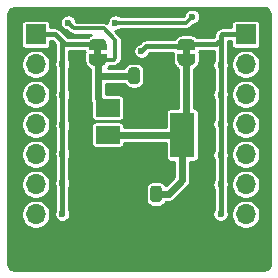
<source format=gbr>
G04 #@! TF.GenerationSoftware,KiCad,Pcbnew,(5.1.9)-1*
G04 #@! TF.CreationDate,2021-04-25T10:49:25+05:30*
G04 #@! TF.ProjectId,LOGIC LEVEL SHIFTER,4c4f4749-4320-44c4-9556-454c20534849,rev?*
G04 #@! TF.SameCoordinates,Original*
G04 #@! TF.FileFunction,Copper,L2,Bot*
G04 #@! TF.FilePolarity,Positive*
%FSLAX46Y46*%
G04 Gerber Fmt 4.6, Leading zero omitted, Abs format (unit mm)*
G04 Created by KiCad (PCBNEW (5.1.9)-1) date 2021-04-25 10:49:25*
%MOMM*%
%LPD*%
G01*
G04 APERTURE LIST*
G04 #@! TA.AperFunction,EtchedComponent*
%ADD10C,0.100000*%
G04 #@! TD*
G04 #@! TA.AperFunction,SMDPad,CuDef*
%ADD11R,2.000000X1.500000*%
G04 #@! TD*
G04 #@! TA.AperFunction,SMDPad,CuDef*
%ADD12R,2.000000X3.800000*%
G04 #@! TD*
G04 #@! TA.AperFunction,SMDPad,CuDef*
%ADD13C,0.100000*%
G04 #@! TD*
G04 #@! TA.AperFunction,ComponentPad*
%ADD14R,1.700000X1.700000*%
G04 #@! TD*
G04 #@! TA.AperFunction,ComponentPad*
%ADD15O,1.700000X1.700000*%
G04 #@! TD*
G04 #@! TA.AperFunction,ViaPad*
%ADD16C,0.600000*%
G04 #@! TD*
G04 #@! TA.AperFunction,Conductor*
%ADD17C,0.600000*%
G04 #@! TD*
G04 #@! TA.AperFunction,Conductor*
%ADD18C,0.300000*%
G04 #@! TD*
G04 #@! TA.AperFunction,Conductor*
%ADD19C,0.400000*%
G04 #@! TD*
G04 #@! TA.AperFunction,Conductor*
%ADD20C,0.254000*%
G04 #@! TD*
G04 #@! TA.AperFunction,Conductor*
%ADD21C,0.100000*%
G04 #@! TD*
G04 APERTURE END LIST*
D10*
G36*
X13300000Y-1400000D02*
G01*
X13300000Y-1900000D01*
X12700000Y-1900000D01*
X12700000Y-1400000D01*
X13300000Y-1400000D01*
G37*
G36*
X5800000Y-1400000D02*
G01*
X5800000Y-1900000D01*
X5200000Y-1900000D01*
X5200000Y-1400000D01*
X5800000Y-1400000D01*
G37*
D11*
X6350000Y-10950000D03*
X6350000Y-6350000D03*
X6350000Y-8650000D03*
D12*
X12650000Y-8650000D03*
G04 #@! TA.AperFunction,SMDPad,CuDef*
D13*
G36*
X13750000Y-1800000D02*
G01*
X13750000Y-2300000D01*
X13749398Y-2300000D01*
X13749398Y-2324534D01*
X13744588Y-2373365D01*
X13735016Y-2421490D01*
X13720772Y-2468445D01*
X13701995Y-2513778D01*
X13678864Y-2557051D01*
X13651604Y-2597850D01*
X13620476Y-2635779D01*
X13585779Y-2670476D01*
X13547850Y-2701604D01*
X13507051Y-2728864D01*
X13463778Y-2751995D01*
X13418445Y-2770772D01*
X13371490Y-2785016D01*
X13323365Y-2794588D01*
X13274534Y-2799398D01*
X13250000Y-2799398D01*
X13250000Y-2800000D01*
X12750000Y-2800000D01*
X12750000Y-2799398D01*
X12725466Y-2799398D01*
X12676635Y-2794588D01*
X12628510Y-2785016D01*
X12581555Y-2770772D01*
X12536222Y-2751995D01*
X12492949Y-2728864D01*
X12452150Y-2701604D01*
X12414221Y-2670476D01*
X12379524Y-2635779D01*
X12348396Y-2597850D01*
X12321136Y-2557051D01*
X12298005Y-2513778D01*
X12279228Y-2468445D01*
X12264984Y-2421490D01*
X12255412Y-2373365D01*
X12250602Y-2324534D01*
X12250602Y-2300000D01*
X12250000Y-2300000D01*
X12250000Y-1800000D01*
X13750000Y-1800000D01*
G37*
G04 #@! TD.AperFunction*
G04 #@! TA.AperFunction,SMDPad,CuDef*
G36*
X12250602Y-1000000D02*
G01*
X12250602Y-975466D01*
X12255412Y-926635D01*
X12264984Y-878510D01*
X12279228Y-831555D01*
X12298005Y-786222D01*
X12321136Y-742949D01*
X12348396Y-702150D01*
X12379524Y-664221D01*
X12414221Y-629524D01*
X12452150Y-598396D01*
X12492949Y-571136D01*
X12536222Y-548005D01*
X12581555Y-529228D01*
X12628510Y-514984D01*
X12676635Y-505412D01*
X12725466Y-500602D01*
X12750000Y-500602D01*
X12750000Y-500000D01*
X13250000Y-500000D01*
X13250000Y-500602D01*
X13274534Y-500602D01*
X13323365Y-505412D01*
X13371490Y-514984D01*
X13418445Y-529228D01*
X13463778Y-548005D01*
X13507051Y-571136D01*
X13547850Y-598396D01*
X13585779Y-629524D01*
X13620476Y-664221D01*
X13651604Y-702150D01*
X13678864Y-742949D01*
X13701995Y-786222D01*
X13720772Y-831555D01*
X13735016Y-878510D01*
X13744588Y-926635D01*
X13749398Y-975466D01*
X13749398Y-1000000D01*
X13750000Y-1000000D01*
X13750000Y-1500000D01*
X12250000Y-1500000D01*
X12250000Y-1000000D01*
X12250602Y-1000000D01*
G37*
G04 #@! TD.AperFunction*
G04 #@! TA.AperFunction,SMDPad,CuDef*
G36*
X6250000Y-1800000D02*
G01*
X6250000Y-2300000D01*
X6249398Y-2300000D01*
X6249398Y-2324534D01*
X6244588Y-2373365D01*
X6235016Y-2421490D01*
X6220772Y-2468445D01*
X6201995Y-2513778D01*
X6178864Y-2557051D01*
X6151604Y-2597850D01*
X6120476Y-2635779D01*
X6085779Y-2670476D01*
X6047850Y-2701604D01*
X6007051Y-2728864D01*
X5963778Y-2751995D01*
X5918445Y-2770772D01*
X5871490Y-2785016D01*
X5823365Y-2794588D01*
X5774534Y-2799398D01*
X5750000Y-2799398D01*
X5750000Y-2800000D01*
X5250000Y-2800000D01*
X5250000Y-2799398D01*
X5225466Y-2799398D01*
X5176635Y-2794588D01*
X5128510Y-2785016D01*
X5081555Y-2770772D01*
X5036222Y-2751995D01*
X4992949Y-2728864D01*
X4952150Y-2701604D01*
X4914221Y-2670476D01*
X4879524Y-2635779D01*
X4848396Y-2597850D01*
X4821136Y-2557051D01*
X4798005Y-2513778D01*
X4779228Y-2468445D01*
X4764984Y-2421490D01*
X4755412Y-2373365D01*
X4750602Y-2324534D01*
X4750602Y-2300000D01*
X4750000Y-2300000D01*
X4750000Y-1800000D01*
X6250000Y-1800000D01*
G37*
G04 #@! TD.AperFunction*
G04 #@! TA.AperFunction,SMDPad,CuDef*
G36*
X4750602Y-1000000D02*
G01*
X4750602Y-975466D01*
X4755412Y-926635D01*
X4764984Y-878510D01*
X4779228Y-831555D01*
X4798005Y-786222D01*
X4821136Y-742949D01*
X4848396Y-702150D01*
X4879524Y-664221D01*
X4914221Y-629524D01*
X4952150Y-598396D01*
X4992949Y-571136D01*
X5036222Y-548005D01*
X5081555Y-529228D01*
X5128510Y-514984D01*
X5176635Y-505412D01*
X5225466Y-500602D01*
X5250000Y-500602D01*
X5250000Y-500000D01*
X5750000Y-500000D01*
X5750000Y-500602D01*
X5774534Y-500602D01*
X5823365Y-505412D01*
X5871490Y-514984D01*
X5918445Y-529228D01*
X5963778Y-548005D01*
X6007051Y-571136D01*
X6047850Y-598396D01*
X6085779Y-629524D01*
X6120476Y-664221D01*
X6151604Y-702150D01*
X6178864Y-742949D01*
X6201995Y-786222D01*
X6220772Y-831555D01*
X6235016Y-878510D01*
X6244588Y-926635D01*
X6249398Y-975466D01*
X6249398Y-1000000D01*
X6250000Y-1000000D01*
X6250000Y-1500000D01*
X4750000Y-1500000D01*
X4750000Y-1000000D01*
X4750602Y-1000000D01*
G37*
G04 #@! TD.AperFunction*
D14*
X18030000Y-150000D03*
D15*
X18030000Y-2690000D03*
X18030000Y-5230000D03*
X18030000Y-7770000D03*
X18030000Y-10310000D03*
X18030000Y-12850000D03*
X18030000Y-15390000D03*
X18030000Y-17930000D03*
X250000Y-17930000D03*
X250000Y-15390000D03*
X250000Y-12850000D03*
X250000Y-10310000D03*
X250000Y-7770000D03*
X250000Y-5230000D03*
X250000Y-2690000D03*
D14*
X250000Y-150000D03*
G04 #@! TA.AperFunction,SMDPad,CuDef*
G36*
G01*
X9050000Y-13193750D02*
X9050000Y-14106250D01*
G75*
G02*
X8806250Y-14350000I-243750J0D01*
G01*
X8318750Y-14350000D01*
G75*
G02*
X8075000Y-14106250I0J243750D01*
G01*
X8075000Y-13193750D01*
G75*
G02*
X8318750Y-12950000I243750J0D01*
G01*
X8806250Y-12950000D01*
G75*
G02*
X9050000Y-13193750I0J-243750D01*
G01*
G37*
G04 #@! TD.AperFunction*
G04 #@! TA.AperFunction,SMDPad,CuDef*
G36*
G01*
X10925000Y-13193750D02*
X10925000Y-14106250D01*
G75*
G02*
X10681250Y-14350000I-243750J0D01*
G01*
X10193750Y-14350000D01*
G75*
G02*
X9950000Y-14106250I0J243750D01*
G01*
X9950000Y-13193750D01*
G75*
G02*
X10193750Y-12950000I243750J0D01*
G01*
X10681250Y-12950000D01*
G75*
G02*
X10925000Y-13193750I0J-243750D01*
G01*
G37*
G04 #@! TD.AperFunction*
G04 #@! TA.AperFunction,SMDPad,CuDef*
G36*
G01*
X9050000Y-3193750D02*
X9050000Y-4106250D01*
G75*
G02*
X8806250Y-4350000I-243750J0D01*
G01*
X8318750Y-4350000D01*
G75*
G02*
X8075000Y-4106250I0J243750D01*
G01*
X8075000Y-3193750D01*
G75*
G02*
X8318750Y-2950000I243750J0D01*
G01*
X8806250Y-2950000D01*
G75*
G02*
X9050000Y-3193750I0J-243750D01*
G01*
G37*
G04 #@! TD.AperFunction*
G04 #@! TA.AperFunction,SMDPad,CuDef*
G36*
G01*
X10925000Y-3193750D02*
X10925000Y-4106250D01*
G75*
G02*
X10681250Y-4350000I-243750J0D01*
G01*
X10193750Y-4350000D01*
G75*
G02*
X9950000Y-4106250I0J243750D01*
G01*
X9950000Y-3193750D01*
G75*
G02*
X10193750Y-2950000I243750J0D01*
G01*
X10681250Y-2950000D01*
G75*
G02*
X10925000Y-3193750I0J-243750D01*
G01*
G37*
G04 #@! TD.AperFunction*
D16*
X3000000Y850000D03*
X15500000Y850000D03*
X7000000Y850000D03*
X13500000Y1350000D03*
X2500000Y-2650000D03*
X2500000Y-15350000D03*
X2500000Y-12750000D03*
X2500000Y-10250000D03*
X2500000Y-7850000D03*
X2500000Y-5250000D03*
X15900000Y-15350000D03*
X15900000Y-2750000D03*
X15900000Y-5250000D03*
X15900000Y-7750000D03*
X15900000Y-10350000D03*
X15900000Y-12850000D03*
X9200000Y-1550000D03*
D17*
X5500000Y-5500000D02*
X6350000Y-6350000D01*
X5650000Y-3650000D02*
X5500000Y-3500000D01*
X8562500Y-3650000D02*
X5650000Y-3650000D01*
X5500000Y-3500000D02*
X5500000Y-5500000D01*
X5500000Y-2300000D02*
X5500000Y-3500000D01*
D18*
X3500000Y350000D02*
X3000000Y850000D01*
X6000000Y350000D02*
X3500000Y350000D01*
X7000000Y-650000D02*
X6000000Y350000D01*
X7000000Y-2150000D02*
X7000000Y-650000D01*
X6850000Y-2300000D02*
X7000000Y-2150000D01*
X5500000Y-2300000D02*
X6850000Y-2300000D01*
D17*
X6350000Y-8650000D02*
X12650000Y-8650000D01*
X13000000Y-8300000D02*
X12650000Y-8650000D01*
X13000000Y-2300000D02*
X13000000Y-8300000D01*
X10437500Y-13650000D02*
X11500000Y-13650000D01*
X12650000Y-12500000D02*
X12650000Y-8650000D01*
X11500000Y-13650000D02*
X12650000Y-12500000D01*
D18*
X13000000Y850000D02*
X13500000Y1350000D01*
X7000000Y850000D02*
X13000000Y850000D01*
D19*
X2500000Y-12750000D02*
X2500000Y-15350000D01*
X2500000Y-10250000D02*
X2500000Y-12750000D01*
X2500000Y-7850000D02*
X2500000Y-10250000D01*
X2500000Y-5250000D02*
X2500000Y-7850000D01*
X2500000Y-2650000D02*
X2500000Y-5250000D01*
X5500000Y-1000000D02*
X2750000Y-1000000D01*
X2750000Y-1000000D02*
X2500000Y-750000D01*
X2500000Y-750000D02*
X2500000Y-2650000D01*
X1900000Y-150000D02*
X2500000Y-750000D01*
X500000Y-150000D02*
X1900000Y-150000D01*
X15900000Y-5250000D02*
X15900000Y-2750000D01*
X15900000Y-7750000D02*
X15900000Y-5250000D01*
X15900000Y-10350000D02*
X15900000Y-7750000D01*
X15900000Y-12850000D02*
X15900000Y-10350000D01*
X15900000Y-15350000D02*
X15900000Y-12850000D01*
X17960000Y-150000D02*
X16000000Y-150000D01*
X9200000Y-1550000D02*
X9600000Y-1150000D01*
X12850000Y-1150000D02*
X13000000Y-1000000D01*
X9600000Y-1150000D02*
X12850000Y-1150000D01*
X15900000Y-250000D02*
X16000000Y-150000D01*
X15550000Y-1000000D02*
X15900000Y-650000D01*
X13000000Y-1000000D02*
X15550000Y-1000000D01*
X15900000Y-650000D02*
X15900000Y-250000D01*
X15900000Y-2750000D02*
X15900000Y-650000D01*
D20*
X19613826Y2074863D02*
X19723316Y2041806D01*
X19824304Y1988110D01*
X19912933Y1915826D01*
X19985834Y1827703D01*
X20040234Y1727094D01*
X20074055Y1617836D01*
X20088000Y1485159D01*
X20088001Y-19479836D01*
X20074863Y-19613826D01*
X20041805Y-19723319D01*
X19988111Y-19824303D01*
X19915827Y-19912931D01*
X19827700Y-19985837D01*
X19727093Y-20040234D01*
X19617836Y-20074055D01*
X19485159Y-20088000D01*
X-1479847Y-20088000D01*
X-1613826Y-20074863D01*
X-1723319Y-20041805D01*
X-1824303Y-19988111D01*
X-1912931Y-19915827D01*
X-1985837Y-19827700D01*
X-2040234Y-19727093D01*
X-2074055Y-19617836D01*
X-2088000Y-19485159D01*
X-2088000Y-15268166D01*
X-987000Y-15268166D01*
X-987000Y-15511834D01*
X-939462Y-15750819D01*
X-846215Y-15975939D01*
X-710840Y-16178541D01*
X-538541Y-16350840D01*
X-335939Y-16486215D01*
X-110819Y-16579462D01*
X128166Y-16627000D01*
X371834Y-16627000D01*
X610819Y-16579462D01*
X835939Y-16486215D01*
X1038541Y-16350840D01*
X1210840Y-16178541D01*
X1346215Y-15975939D01*
X1439462Y-15750819D01*
X1487000Y-15511834D01*
X1487000Y-15268166D01*
X1439462Y-15029181D01*
X1346215Y-14804061D01*
X1210840Y-14601459D01*
X1038541Y-14429160D01*
X835939Y-14293785D01*
X610819Y-14200538D01*
X371834Y-14153000D01*
X128166Y-14153000D01*
X-110819Y-14200538D01*
X-335939Y-14293785D01*
X-538541Y-14429160D01*
X-710840Y-14601459D01*
X-846215Y-14804061D01*
X-939462Y-15029181D01*
X-987000Y-15268166D01*
X-2088000Y-15268166D01*
X-2088000Y-12728166D01*
X-987000Y-12728166D01*
X-987000Y-12971834D01*
X-939462Y-13210819D01*
X-846215Y-13435939D01*
X-710840Y-13638541D01*
X-538541Y-13810840D01*
X-335939Y-13946215D01*
X-110819Y-14039462D01*
X128166Y-14087000D01*
X371834Y-14087000D01*
X610819Y-14039462D01*
X835939Y-13946215D01*
X1038541Y-13810840D01*
X1210840Y-13638541D01*
X1346215Y-13435939D01*
X1439462Y-13210819D01*
X1487000Y-12971834D01*
X1487000Y-12728166D01*
X1439462Y-12489181D01*
X1346215Y-12264061D01*
X1210840Y-12061459D01*
X1038541Y-11889160D01*
X835939Y-11753785D01*
X610819Y-11660538D01*
X371834Y-11613000D01*
X128166Y-11613000D01*
X-110819Y-11660538D01*
X-335939Y-11753785D01*
X-538541Y-11889160D01*
X-710840Y-12061459D01*
X-846215Y-12264061D01*
X-939462Y-12489181D01*
X-987000Y-12728166D01*
X-2088000Y-12728166D01*
X-2088000Y-10188166D01*
X-987000Y-10188166D01*
X-987000Y-10431834D01*
X-939462Y-10670819D01*
X-846215Y-10895939D01*
X-710840Y-11098541D01*
X-538541Y-11270840D01*
X-335939Y-11406215D01*
X-110819Y-11499462D01*
X128166Y-11547000D01*
X371834Y-11547000D01*
X610819Y-11499462D01*
X835939Y-11406215D01*
X1038541Y-11270840D01*
X1210840Y-11098541D01*
X1346215Y-10895939D01*
X1439462Y-10670819D01*
X1487000Y-10431834D01*
X1487000Y-10188166D01*
X1439462Y-9949181D01*
X1346215Y-9724061D01*
X1210840Y-9521459D01*
X1038541Y-9349160D01*
X835939Y-9213785D01*
X610819Y-9120538D01*
X371834Y-9073000D01*
X128166Y-9073000D01*
X-110819Y-9120538D01*
X-335939Y-9213785D01*
X-538541Y-9349160D01*
X-710840Y-9521459D01*
X-846215Y-9724061D01*
X-939462Y-9949181D01*
X-987000Y-10188166D01*
X-2088000Y-10188166D01*
X-2088000Y-7648166D01*
X-987000Y-7648166D01*
X-987000Y-7891834D01*
X-939462Y-8130819D01*
X-846215Y-8355939D01*
X-710840Y-8558541D01*
X-538541Y-8730840D01*
X-335939Y-8866215D01*
X-110819Y-8959462D01*
X128166Y-9007000D01*
X371834Y-9007000D01*
X610819Y-8959462D01*
X835939Y-8866215D01*
X1038541Y-8730840D01*
X1210840Y-8558541D01*
X1346215Y-8355939D01*
X1439462Y-8130819D01*
X1487000Y-7891834D01*
X1487000Y-7648166D01*
X1439462Y-7409181D01*
X1346215Y-7184061D01*
X1210840Y-6981459D01*
X1038541Y-6809160D01*
X835939Y-6673785D01*
X610819Y-6580538D01*
X371834Y-6533000D01*
X128166Y-6533000D01*
X-110819Y-6580538D01*
X-335939Y-6673785D01*
X-538541Y-6809160D01*
X-710840Y-6981459D01*
X-846215Y-7184061D01*
X-939462Y-7409181D01*
X-987000Y-7648166D01*
X-2088000Y-7648166D01*
X-2088000Y-5108166D01*
X-987000Y-5108166D01*
X-987000Y-5351834D01*
X-939462Y-5590819D01*
X-846215Y-5815939D01*
X-710840Y-6018541D01*
X-538541Y-6190840D01*
X-335939Y-6326215D01*
X-110819Y-6419462D01*
X128166Y-6467000D01*
X371834Y-6467000D01*
X610819Y-6419462D01*
X835939Y-6326215D01*
X1038541Y-6190840D01*
X1210840Y-6018541D01*
X1346215Y-5815939D01*
X1439462Y-5590819D01*
X1487000Y-5351834D01*
X1487000Y-5108166D01*
X1439462Y-4869181D01*
X1346215Y-4644061D01*
X1210840Y-4441459D01*
X1038541Y-4269160D01*
X835939Y-4133785D01*
X610819Y-4040538D01*
X371834Y-3993000D01*
X128166Y-3993000D01*
X-110819Y-4040538D01*
X-335939Y-4133785D01*
X-538541Y-4269160D01*
X-710840Y-4441459D01*
X-846215Y-4644061D01*
X-939462Y-4869181D01*
X-987000Y-5108166D01*
X-2088000Y-5108166D01*
X-2088000Y-2568166D01*
X-987000Y-2568166D01*
X-987000Y-2811834D01*
X-939462Y-3050819D01*
X-846215Y-3275939D01*
X-710840Y-3478541D01*
X-538541Y-3650840D01*
X-335939Y-3786215D01*
X-110819Y-3879462D01*
X128166Y-3927000D01*
X371834Y-3927000D01*
X610819Y-3879462D01*
X835939Y-3786215D01*
X1038541Y-3650840D01*
X1210840Y-3478541D01*
X1346215Y-3275939D01*
X1439462Y-3050819D01*
X1487000Y-2811834D01*
X1487000Y-2568166D01*
X1439462Y-2329181D01*
X1346215Y-2104061D01*
X1210840Y-1901459D01*
X1038541Y-1729160D01*
X835939Y-1593785D01*
X610819Y-1500538D01*
X371834Y-1453000D01*
X128166Y-1453000D01*
X-110819Y-1500538D01*
X-335939Y-1593785D01*
X-538541Y-1729160D01*
X-710840Y-1901459D01*
X-846215Y-2104061D01*
X-939462Y-2329181D01*
X-987000Y-2568166D01*
X-2088000Y-2568166D01*
X-2088000Y700000D01*
X-988872Y700000D01*
X-988872Y-1000000D01*
X-981400Y-1075865D01*
X-959271Y-1148815D01*
X-923335Y-1216046D01*
X-874974Y-1274974D01*
X-816046Y-1323335D01*
X-748815Y-1359271D01*
X-675865Y-1381400D01*
X-600000Y-1388872D01*
X1100000Y-1388872D01*
X1175865Y-1381400D01*
X1248815Y-1359271D01*
X1316046Y-1323335D01*
X1374974Y-1274974D01*
X1423335Y-1216046D01*
X1459271Y-1148815D01*
X1481400Y-1075865D01*
X1488872Y-1000000D01*
X1488872Y-737000D01*
X1656857Y-737000D01*
X1913000Y-993144D01*
X1913001Y-2291940D01*
X1891189Y-2324584D01*
X1839401Y-2449610D01*
X1813000Y-2582336D01*
X1813000Y-2717664D01*
X1839401Y-2850390D01*
X1891189Y-2975416D01*
X1913000Y-3008059D01*
X1913001Y-4891940D01*
X1891189Y-4924584D01*
X1839401Y-5049610D01*
X1813000Y-5182336D01*
X1813000Y-5317664D01*
X1839401Y-5450390D01*
X1891189Y-5575416D01*
X1913000Y-5608059D01*
X1913001Y-7491940D01*
X1891189Y-7524584D01*
X1839401Y-7649610D01*
X1813000Y-7782336D01*
X1813000Y-7917664D01*
X1839401Y-8050390D01*
X1891189Y-8175416D01*
X1913000Y-8208059D01*
X1913001Y-9891940D01*
X1891189Y-9924584D01*
X1839401Y-10049610D01*
X1813000Y-10182336D01*
X1813000Y-10317664D01*
X1839401Y-10450390D01*
X1891189Y-10575416D01*
X1913000Y-10608059D01*
X1913001Y-12391940D01*
X1891189Y-12424584D01*
X1839401Y-12549610D01*
X1813000Y-12682336D01*
X1813000Y-12817664D01*
X1839401Y-12950390D01*
X1891189Y-13075416D01*
X1913000Y-13108059D01*
X1913001Y-14991940D01*
X1891189Y-15024584D01*
X1839401Y-15149610D01*
X1813000Y-15282336D01*
X1813000Y-15417664D01*
X1839401Y-15550390D01*
X1891189Y-15675416D01*
X1966372Y-15787937D01*
X2062063Y-15883628D01*
X2174584Y-15958811D01*
X2299610Y-16010599D01*
X2432336Y-16037000D01*
X2567664Y-16037000D01*
X2700390Y-16010599D01*
X2825416Y-15958811D01*
X2937937Y-15883628D01*
X3033628Y-15787937D01*
X3108811Y-15675416D01*
X3160599Y-15550390D01*
X3187000Y-15417664D01*
X3187000Y-15282336D01*
X3160599Y-15149610D01*
X3108811Y-15024584D01*
X3087000Y-14991941D01*
X3087000Y-13108059D01*
X3108811Y-13075416D01*
X3160599Y-12950390D01*
X3187000Y-12817664D01*
X3187000Y-12682336D01*
X3160599Y-12549610D01*
X3108811Y-12424584D01*
X3087000Y-12391941D01*
X3087000Y-10608059D01*
X3108811Y-10575416D01*
X3160599Y-10450390D01*
X3187000Y-10317664D01*
X3187000Y-10182336D01*
X3160599Y-10049610D01*
X3108811Y-9924584D01*
X3087000Y-9891941D01*
X3087000Y-8208059D01*
X3108811Y-8175416D01*
X3160599Y-8050390D01*
X3187000Y-7917664D01*
X3187000Y-7900000D01*
X4961128Y-7900000D01*
X4961128Y-9400000D01*
X4968600Y-9475865D01*
X4990729Y-9548815D01*
X5026665Y-9616046D01*
X5075026Y-9674974D01*
X5133954Y-9723335D01*
X5201185Y-9759271D01*
X5274135Y-9781400D01*
X5350000Y-9788872D01*
X7350000Y-9788872D01*
X7425865Y-9781400D01*
X7498815Y-9759271D01*
X7566046Y-9723335D01*
X7624974Y-9674974D01*
X7673335Y-9616046D01*
X7709271Y-9548815D01*
X7731400Y-9475865D01*
X7738872Y-9400000D01*
X7738872Y-9337000D01*
X11261128Y-9337000D01*
X11261128Y-10550000D01*
X11268600Y-10625865D01*
X11290729Y-10698815D01*
X11326665Y-10766046D01*
X11375026Y-10824974D01*
X11433954Y-10873335D01*
X11501185Y-10909271D01*
X11574135Y-10931400D01*
X11650000Y-10938872D01*
X11963000Y-10938872D01*
X11963000Y-12215435D01*
X11252154Y-12926282D01*
X11207256Y-12842284D01*
X11128581Y-12746419D01*
X11032716Y-12667744D01*
X10923344Y-12609283D01*
X10804668Y-12573284D01*
X10681250Y-12561128D01*
X10193750Y-12561128D01*
X10070332Y-12573284D01*
X9951656Y-12609283D01*
X9842284Y-12667744D01*
X9746419Y-12746419D01*
X9667744Y-12842284D01*
X9609283Y-12951656D01*
X9573284Y-13070332D01*
X9561128Y-13193750D01*
X9561128Y-14106250D01*
X9573284Y-14229668D01*
X9609283Y-14348344D01*
X9667744Y-14457716D01*
X9746419Y-14553581D01*
X9842284Y-14632256D01*
X9951656Y-14690717D01*
X10070332Y-14726716D01*
X10193750Y-14738872D01*
X10681250Y-14738872D01*
X10804668Y-14726716D01*
X10923344Y-14690717D01*
X11032716Y-14632256D01*
X11128581Y-14553581D01*
X11207256Y-14457716D01*
X11265717Y-14348344D01*
X11269158Y-14337000D01*
X11466255Y-14337000D01*
X11500000Y-14340324D01*
X11533745Y-14337000D01*
X11533750Y-14337000D01*
X11634676Y-14327060D01*
X11764176Y-14287776D01*
X11805747Y-14265555D01*
X11883523Y-14223984D01*
X11932143Y-14184082D01*
X11988133Y-14138133D01*
X12009650Y-14111914D01*
X13111924Y-13009641D01*
X13138132Y-12988133D01*
X13159642Y-12961923D01*
X13159647Y-12961918D01*
X13223984Y-12883524D01*
X13279941Y-12778834D01*
X13287776Y-12764176D01*
X13327060Y-12634676D01*
X13337000Y-12533750D01*
X13337000Y-12533748D01*
X13340324Y-12500000D01*
X13337000Y-12466253D01*
X13337000Y-10938872D01*
X13650000Y-10938872D01*
X13725865Y-10931400D01*
X13798815Y-10909271D01*
X13866046Y-10873335D01*
X13924974Y-10824974D01*
X13973335Y-10766046D01*
X14009271Y-10698815D01*
X14031400Y-10625865D01*
X14038872Y-10550000D01*
X14038872Y-6750000D01*
X14031400Y-6674135D01*
X14009271Y-6601185D01*
X13973335Y-6533954D01*
X13924974Y-6475026D01*
X13866046Y-6426665D01*
X13798815Y-6390729D01*
X13725865Y-6368600D01*
X13687000Y-6364772D01*
X13687000Y-3072178D01*
X13701745Y-3064297D01*
X13783244Y-3009841D01*
X13842172Y-2961480D01*
X13911480Y-2892172D01*
X13959841Y-2833244D01*
X14014297Y-2751745D01*
X14050234Y-2684511D01*
X14087743Y-2593955D01*
X14109871Y-2521007D01*
X14128993Y-2424874D01*
X14136465Y-2349009D01*
X14136465Y-2324449D01*
X14138873Y-2300000D01*
X14138873Y-1800000D01*
X14131401Y-1724135D01*
X14109272Y-1651185D01*
X14108639Y-1650000D01*
X14109272Y-1648815D01*
X14128023Y-1587000D01*
X15313001Y-1587000D01*
X15313000Y-2391941D01*
X15291189Y-2424584D01*
X15239401Y-2549610D01*
X15213000Y-2682336D01*
X15213000Y-2817664D01*
X15239401Y-2950390D01*
X15291189Y-3075416D01*
X15313001Y-3108060D01*
X15313000Y-4891941D01*
X15291189Y-4924584D01*
X15239401Y-5049610D01*
X15213000Y-5182336D01*
X15213000Y-5317664D01*
X15239401Y-5450390D01*
X15291189Y-5575416D01*
X15313001Y-5608060D01*
X15313000Y-7391941D01*
X15291189Y-7424584D01*
X15239401Y-7549610D01*
X15213000Y-7682336D01*
X15213000Y-7817664D01*
X15239401Y-7950390D01*
X15291189Y-8075416D01*
X15313001Y-8108060D01*
X15313000Y-9991941D01*
X15291189Y-10024584D01*
X15239401Y-10149610D01*
X15213000Y-10282336D01*
X15213000Y-10417664D01*
X15239401Y-10550390D01*
X15291189Y-10675416D01*
X15313001Y-10708060D01*
X15313000Y-12491941D01*
X15291189Y-12524584D01*
X15239401Y-12649610D01*
X15213000Y-12782336D01*
X15213000Y-12917664D01*
X15239401Y-13050390D01*
X15291189Y-13175416D01*
X15313001Y-13208060D01*
X15313000Y-14991941D01*
X15291189Y-15024584D01*
X15239401Y-15149610D01*
X15213000Y-15282336D01*
X15213000Y-15417664D01*
X15239401Y-15550390D01*
X15291189Y-15675416D01*
X15366372Y-15787937D01*
X15462063Y-15883628D01*
X15574584Y-15958811D01*
X15699610Y-16010599D01*
X15832336Y-16037000D01*
X15967664Y-16037000D01*
X16100390Y-16010599D01*
X16225416Y-15958811D01*
X16337937Y-15883628D01*
X16433628Y-15787937D01*
X16508811Y-15675416D01*
X16560599Y-15550390D01*
X16587000Y-15417664D01*
X16587000Y-15282336D01*
X16584182Y-15268166D01*
X16793000Y-15268166D01*
X16793000Y-15511834D01*
X16840538Y-15750819D01*
X16933785Y-15975939D01*
X17069160Y-16178541D01*
X17241459Y-16350840D01*
X17444061Y-16486215D01*
X17669181Y-16579462D01*
X17908166Y-16627000D01*
X18151834Y-16627000D01*
X18390819Y-16579462D01*
X18615939Y-16486215D01*
X18818541Y-16350840D01*
X18990840Y-16178541D01*
X19126215Y-15975939D01*
X19219462Y-15750819D01*
X19267000Y-15511834D01*
X19267000Y-15268166D01*
X19219462Y-15029181D01*
X19126215Y-14804061D01*
X18990840Y-14601459D01*
X18818541Y-14429160D01*
X18615939Y-14293785D01*
X18390819Y-14200538D01*
X18151834Y-14153000D01*
X17908166Y-14153000D01*
X17669181Y-14200538D01*
X17444061Y-14293785D01*
X17241459Y-14429160D01*
X17069160Y-14601459D01*
X16933785Y-14804061D01*
X16840538Y-15029181D01*
X16793000Y-15268166D01*
X16584182Y-15268166D01*
X16560599Y-15149610D01*
X16508811Y-15024584D01*
X16487000Y-14991941D01*
X16487000Y-13208059D01*
X16508811Y-13175416D01*
X16560599Y-13050390D01*
X16587000Y-12917664D01*
X16587000Y-12782336D01*
X16576225Y-12728166D01*
X16793000Y-12728166D01*
X16793000Y-12971834D01*
X16840538Y-13210819D01*
X16933785Y-13435939D01*
X17069160Y-13638541D01*
X17241459Y-13810840D01*
X17444061Y-13946215D01*
X17669181Y-14039462D01*
X17908166Y-14087000D01*
X18151834Y-14087000D01*
X18390819Y-14039462D01*
X18615939Y-13946215D01*
X18818541Y-13810840D01*
X18990840Y-13638541D01*
X19126215Y-13435939D01*
X19219462Y-13210819D01*
X19267000Y-12971834D01*
X19267000Y-12728166D01*
X19219462Y-12489181D01*
X19126215Y-12264061D01*
X18990840Y-12061459D01*
X18818541Y-11889160D01*
X18615939Y-11753785D01*
X18390819Y-11660538D01*
X18151834Y-11613000D01*
X17908166Y-11613000D01*
X17669181Y-11660538D01*
X17444061Y-11753785D01*
X17241459Y-11889160D01*
X17069160Y-12061459D01*
X16933785Y-12264061D01*
X16840538Y-12489181D01*
X16793000Y-12728166D01*
X16576225Y-12728166D01*
X16560599Y-12649610D01*
X16508811Y-12524584D01*
X16487000Y-12491941D01*
X16487000Y-10708059D01*
X16508811Y-10675416D01*
X16560599Y-10550390D01*
X16587000Y-10417664D01*
X16587000Y-10282336D01*
X16568269Y-10188166D01*
X16793000Y-10188166D01*
X16793000Y-10431834D01*
X16840538Y-10670819D01*
X16933785Y-10895939D01*
X17069160Y-11098541D01*
X17241459Y-11270840D01*
X17444061Y-11406215D01*
X17669181Y-11499462D01*
X17908166Y-11547000D01*
X18151834Y-11547000D01*
X18390819Y-11499462D01*
X18615939Y-11406215D01*
X18818541Y-11270840D01*
X18990840Y-11098541D01*
X19126215Y-10895939D01*
X19219462Y-10670819D01*
X19267000Y-10431834D01*
X19267000Y-10188166D01*
X19219462Y-9949181D01*
X19126215Y-9724061D01*
X18990840Y-9521459D01*
X18818541Y-9349160D01*
X18615939Y-9213785D01*
X18390819Y-9120538D01*
X18151834Y-9073000D01*
X17908166Y-9073000D01*
X17669181Y-9120538D01*
X17444061Y-9213785D01*
X17241459Y-9349160D01*
X17069160Y-9521459D01*
X16933785Y-9724061D01*
X16840538Y-9949181D01*
X16793000Y-10188166D01*
X16568269Y-10188166D01*
X16560599Y-10149610D01*
X16508811Y-10024584D01*
X16487000Y-9991941D01*
X16487000Y-8108059D01*
X16508811Y-8075416D01*
X16560599Y-7950390D01*
X16587000Y-7817664D01*
X16587000Y-7682336D01*
X16580204Y-7648166D01*
X16793000Y-7648166D01*
X16793000Y-7891834D01*
X16840538Y-8130819D01*
X16933785Y-8355939D01*
X17069160Y-8558541D01*
X17241459Y-8730840D01*
X17444061Y-8866215D01*
X17669181Y-8959462D01*
X17908166Y-9007000D01*
X18151834Y-9007000D01*
X18390819Y-8959462D01*
X18615939Y-8866215D01*
X18818541Y-8730840D01*
X18990840Y-8558541D01*
X19126215Y-8355939D01*
X19219462Y-8130819D01*
X19267000Y-7891834D01*
X19267000Y-7648166D01*
X19219462Y-7409181D01*
X19126215Y-7184061D01*
X18990840Y-6981459D01*
X18818541Y-6809160D01*
X18615939Y-6673785D01*
X18390819Y-6580538D01*
X18151834Y-6533000D01*
X17908166Y-6533000D01*
X17669181Y-6580538D01*
X17444061Y-6673785D01*
X17241459Y-6809160D01*
X17069160Y-6981459D01*
X16933785Y-7184061D01*
X16840538Y-7409181D01*
X16793000Y-7648166D01*
X16580204Y-7648166D01*
X16560599Y-7549610D01*
X16508811Y-7424584D01*
X16487000Y-7391941D01*
X16487000Y-5608059D01*
X16508811Y-5575416D01*
X16560599Y-5450390D01*
X16587000Y-5317664D01*
X16587000Y-5182336D01*
X16572247Y-5108166D01*
X16793000Y-5108166D01*
X16793000Y-5351834D01*
X16840538Y-5590819D01*
X16933785Y-5815939D01*
X17069160Y-6018541D01*
X17241459Y-6190840D01*
X17444061Y-6326215D01*
X17669181Y-6419462D01*
X17908166Y-6467000D01*
X18151834Y-6467000D01*
X18390819Y-6419462D01*
X18615939Y-6326215D01*
X18818541Y-6190840D01*
X18990840Y-6018541D01*
X19126215Y-5815939D01*
X19219462Y-5590819D01*
X19267000Y-5351834D01*
X19267000Y-5108166D01*
X19219462Y-4869181D01*
X19126215Y-4644061D01*
X18990840Y-4441459D01*
X18818541Y-4269160D01*
X18615939Y-4133785D01*
X18390819Y-4040538D01*
X18151834Y-3993000D01*
X17908166Y-3993000D01*
X17669181Y-4040538D01*
X17444061Y-4133785D01*
X17241459Y-4269160D01*
X17069160Y-4441459D01*
X16933785Y-4644061D01*
X16840538Y-4869181D01*
X16793000Y-5108166D01*
X16572247Y-5108166D01*
X16560599Y-5049610D01*
X16508811Y-4924584D01*
X16487000Y-4891941D01*
X16487000Y-3108059D01*
X16508811Y-3075416D01*
X16560599Y-2950390D01*
X16587000Y-2817664D01*
X16587000Y-2682336D01*
X16564291Y-2568166D01*
X16793000Y-2568166D01*
X16793000Y-2811834D01*
X16840538Y-3050819D01*
X16933785Y-3275939D01*
X17069160Y-3478541D01*
X17241459Y-3650840D01*
X17444061Y-3786215D01*
X17669181Y-3879462D01*
X17908166Y-3927000D01*
X18151834Y-3927000D01*
X18390819Y-3879462D01*
X18615939Y-3786215D01*
X18818541Y-3650840D01*
X18990840Y-3478541D01*
X19126215Y-3275939D01*
X19219462Y-3050819D01*
X19267000Y-2811834D01*
X19267000Y-2568166D01*
X19219462Y-2329181D01*
X19126215Y-2104061D01*
X18990840Y-1901459D01*
X18818541Y-1729160D01*
X18615939Y-1593785D01*
X18390819Y-1500538D01*
X18151834Y-1453000D01*
X17908166Y-1453000D01*
X17669181Y-1500538D01*
X17444061Y-1593785D01*
X17241459Y-1729160D01*
X17069160Y-1901459D01*
X16933785Y-2104061D01*
X16840538Y-2329181D01*
X16793000Y-2568166D01*
X16564291Y-2568166D01*
X16560599Y-2549610D01*
X16508811Y-2424584D01*
X16487000Y-2391941D01*
X16487000Y-737000D01*
X16791128Y-737000D01*
X16791128Y-1000000D01*
X16798600Y-1075865D01*
X16820729Y-1148815D01*
X16856665Y-1216046D01*
X16905026Y-1274974D01*
X16963954Y-1323335D01*
X17031185Y-1359271D01*
X17104135Y-1381400D01*
X17180000Y-1388872D01*
X18880000Y-1388872D01*
X18955865Y-1381400D01*
X19028815Y-1359271D01*
X19096046Y-1323335D01*
X19154974Y-1274974D01*
X19203335Y-1216046D01*
X19239271Y-1148815D01*
X19261400Y-1075865D01*
X19268872Y-1000000D01*
X19268872Y700000D01*
X19261400Y775865D01*
X19239271Y848815D01*
X19203335Y916046D01*
X19154974Y974974D01*
X19096046Y1023335D01*
X19028815Y1059271D01*
X18955865Y1081400D01*
X18880000Y1088872D01*
X17180000Y1088872D01*
X17104135Y1081400D01*
X17031185Y1059271D01*
X16963954Y1023335D01*
X16905026Y974974D01*
X16856665Y916046D01*
X16820729Y848815D01*
X16798600Y775865D01*
X16791128Y700000D01*
X16791128Y437000D01*
X16028825Y437000D01*
X15999999Y439839D01*
X15971173Y437000D01*
X15971166Y437000D01*
X15884928Y428506D01*
X15774278Y394941D01*
X15672302Y340434D01*
X15582920Y267080D01*
X15564534Y244677D01*
X15505321Y185463D01*
X15482921Y167080D01*
X15409567Y77698D01*
X15355059Y-24278D01*
X15321494Y-134928D01*
X15316365Y-187000D01*
X15310160Y-250000D01*
X15313000Y-278834D01*
X15313000Y-406858D01*
X15306858Y-413000D01*
X13915725Y-413000D01*
X13911480Y-407828D01*
X13842172Y-338520D01*
X13783244Y-290159D01*
X13701745Y-235703D01*
X13634511Y-199766D01*
X13543955Y-162257D01*
X13471007Y-140129D01*
X13374874Y-121007D01*
X13299009Y-113535D01*
X13274449Y-113535D01*
X13250000Y-111127D01*
X12750000Y-111127D01*
X12725551Y-113535D01*
X12700991Y-113535D01*
X12625126Y-121007D01*
X12528993Y-140129D01*
X12456045Y-162257D01*
X12365489Y-199766D01*
X12298255Y-235703D01*
X12216756Y-290159D01*
X12157828Y-338520D01*
X12088520Y-407828D01*
X12040159Y-466756D01*
X11985703Y-548255D01*
X11977822Y-563000D01*
X9628825Y-563000D01*
X9599999Y-560161D01*
X9571173Y-563000D01*
X9571166Y-563000D01*
X9496251Y-570379D01*
X9484927Y-571494D01*
X9464479Y-577697D01*
X9374278Y-605059D01*
X9272302Y-659566D01*
X9182920Y-732920D01*
X9164539Y-755317D01*
X9038115Y-881742D01*
X8999610Y-889401D01*
X8874584Y-941189D01*
X8762063Y-1016372D01*
X8666372Y-1112063D01*
X8591189Y-1224584D01*
X8539401Y-1349610D01*
X8513000Y-1482336D01*
X8513000Y-1617664D01*
X8539401Y-1750390D01*
X8591189Y-1875416D01*
X8666372Y-1987937D01*
X8762063Y-2083628D01*
X8874584Y-2158811D01*
X8999610Y-2210599D01*
X9132336Y-2237000D01*
X9267664Y-2237000D01*
X9400390Y-2210599D01*
X9525416Y-2158811D01*
X9637937Y-2083628D01*
X9733628Y-1987937D01*
X9808811Y-1875416D01*
X9860599Y-1750390D01*
X9863262Y-1737000D01*
X11867332Y-1737000D01*
X11861127Y-1800000D01*
X11861127Y-2300000D01*
X11863535Y-2324449D01*
X11863535Y-2349009D01*
X11871007Y-2424874D01*
X11890129Y-2521007D01*
X11912257Y-2593955D01*
X11949766Y-2684511D01*
X11985703Y-2751745D01*
X12040159Y-2833244D01*
X12088520Y-2892172D01*
X12157828Y-2961480D01*
X12216756Y-3009841D01*
X12298255Y-3064297D01*
X12313000Y-3072178D01*
X12313001Y-6361128D01*
X11650000Y-6361128D01*
X11574135Y-6368600D01*
X11501185Y-6390729D01*
X11433954Y-6426665D01*
X11375026Y-6475026D01*
X11326665Y-6533954D01*
X11290729Y-6601185D01*
X11268600Y-6674135D01*
X11261128Y-6750000D01*
X11261128Y-7963000D01*
X7738872Y-7963000D01*
X7738872Y-7900000D01*
X7731400Y-7824135D01*
X7709271Y-7751185D01*
X7673335Y-7683954D01*
X7624974Y-7625026D01*
X7566046Y-7576665D01*
X7498815Y-7540729D01*
X7425865Y-7518600D01*
X7350000Y-7511128D01*
X5350000Y-7511128D01*
X5274135Y-7518600D01*
X5201185Y-7540729D01*
X5133954Y-7576665D01*
X5075026Y-7625026D01*
X5026665Y-7683954D01*
X4990729Y-7751185D01*
X4968600Y-7824135D01*
X4961128Y-7900000D01*
X3187000Y-7900000D01*
X3187000Y-7782336D01*
X3160599Y-7649610D01*
X3108811Y-7524584D01*
X3087000Y-7491941D01*
X3087000Y-5608059D01*
X3108811Y-5575416D01*
X3160599Y-5450390D01*
X3187000Y-5317664D01*
X3187000Y-5182336D01*
X3160599Y-5049610D01*
X3108811Y-4924584D01*
X3087000Y-4891941D01*
X3087000Y-3008059D01*
X3108811Y-2975416D01*
X3160599Y-2850390D01*
X3187000Y-2717664D01*
X3187000Y-2582336D01*
X3160599Y-2449610D01*
X3108811Y-2324584D01*
X3087000Y-2291941D01*
X3087000Y-1587000D01*
X4371977Y-1587000D01*
X4390728Y-1648815D01*
X4391361Y-1650000D01*
X4390728Y-1651185D01*
X4368599Y-1724135D01*
X4361127Y-1800000D01*
X4361127Y-2300000D01*
X4363535Y-2324449D01*
X4363535Y-2349009D01*
X4371007Y-2424874D01*
X4390129Y-2521007D01*
X4412257Y-2593955D01*
X4449766Y-2684511D01*
X4485703Y-2751745D01*
X4540159Y-2833244D01*
X4588520Y-2892172D01*
X4657828Y-2961480D01*
X4716756Y-3009841D01*
X4798255Y-3064297D01*
X4813001Y-3072179D01*
X4813001Y-3466241D01*
X4813000Y-3466251D01*
X4809676Y-3500000D01*
X4813000Y-3533745D01*
X4813001Y-5466245D01*
X4809676Y-5500000D01*
X4813001Y-5533750D01*
X4822941Y-5634676D01*
X4839098Y-5687937D01*
X4862224Y-5764175D01*
X4926016Y-5883523D01*
X4961128Y-5926307D01*
X4961128Y-7100000D01*
X4968600Y-7175865D01*
X4990729Y-7248815D01*
X5026665Y-7316046D01*
X5075026Y-7374974D01*
X5133954Y-7423335D01*
X5201185Y-7459271D01*
X5274135Y-7481400D01*
X5350000Y-7488872D01*
X7350000Y-7488872D01*
X7425865Y-7481400D01*
X7498815Y-7459271D01*
X7566046Y-7423335D01*
X7624974Y-7374974D01*
X7673335Y-7316046D01*
X7709271Y-7248815D01*
X7731400Y-7175865D01*
X7738872Y-7100000D01*
X7738872Y-5600000D01*
X7731400Y-5524135D01*
X7709271Y-5451185D01*
X7673335Y-5383954D01*
X7624974Y-5325026D01*
X7566046Y-5276665D01*
X7498815Y-5240729D01*
X7425865Y-5218600D01*
X7350000Y-5211128D01*
X6187000Y-5211128D01*
X6187000Y-4337000D01*
X7730842Y-4337000D01*
X7734283Y-4348344D01*
X7792744Y-4457716D01*
X7871419Y-4553581D01*
X7967284Y-4632256D01*
X8076656Y-4690717D01*
X8195332Y-4726716D01*
X8318750Y-4738872D01*
X8806250Y-4738872D01*
X8929668Y-4726716D01*
X9048344Y-4690717D01*
X9157716Y-4632256D01*
X9253581Y-4553581D01*
X9332256Y-4457716D01*
X9390717Y-4348344D01*
X9426716Y-4229668D01*
X9438872Y-4106250D01*
X9438872Y-3193750D01*
X9426716Y-3070332D01*
X9390717Y-2951656D01*
X9332256Y-2842284D01*
X9253581Y-2746419D01*
X9157716Y-2667744D01*
X9048344Y-2609283D01*
X8929668Y-2573284D01*
X8806250Y-2561128D01*
X8318750Y-2561128D01*
X8195332Y-2573284D01*
X8076656Y-2609283D01*
X7967284Y-2667744D01*
X7871419Y-2746419D01*
X7792744Y-2842284D01*
X7734283Y-2951656D01*
X7730842Y-2963000D01*
X6340320Y-2963000D01*
X6342172Y-2961480D01*
X6411480Y-2892172D01*
X6456759Y-2837000D01*
X6823632Y-2837000D01*
X6850000Y-2839597D01*
X6876368Y-2837000D01*
X6876378Y-2837000D01*
X6955270Y-2829230D01*
X7056495Y-2798524D01*
X7149785Y-2748659D01*
X7231553Y-2681553D01*
X7248368Y-2661064D01*
X7361064Y-2548368D01*
X7381553Y-2531553D01*
X7448659Y-2449785D01*
X7498524Y-2356495D01*
X7529230Y-2255270D01*
X7537000Y-2176378D01*
X7537000Y-2176369D01*
X7539597Y-2150001D01*
X7537000Y-2123633D01*
X7537000Y-676371D01*
X7539597Y-650000D01*
X7537000Y-623629D01*
X7537000Y-623622D01*
X7529230Y-544730D01*
X7498524Y-443505D01*
X7498524Y-443504D01*
X7448659Y-350215D01*
X7398368Y-288936D01*
X7381553Y-268447D01*
X7361064Y-251632D01*
X6946432Y163000D01*
X7067664Y163000D01*
X7200390Y189401D01*
X7325416Y241189D01*
X7432890Y313000D01*
X12973632Y313000D01*
X13000000Y310403D01*
X13026368Y313000D01*
X13026378Y313000D01*
X13105270Y320770D01*
X13206495Y351476D01*
X13299785Y401341D01*
X13381553Y468447D01*
X13398368Y488936D01*
X13573616Y664184D01*
X13700390Y689401D01*
X13825416Y741189D01*
X13937937Y816372D01*
X14033628Y912063D01*
X14108811Y1024584D01*
X14160599Y1149610D01*
X14187000Y1282336D01*
X14187000Y1417664D01*
X14160599Y1550390D01*
X14108811Y1675416D01*
X14033628Y1787937D01*
X13937937Y1883628D01*
X13825416Y1958811D01*
X13700390Y2010599D01*
X13567664Y2037000D01*
X13432336Y2037000D01*
X13299610Y2010599D01*
X13174584Y1958811D01*
X13062063Y1883628D01*
X12966372Y1787937D01*
X12891189Y1675416D01*
X12839401Y1550390D01*
X12814184Y1423616D01*
X12777568Y1387000D01*
X7432890Y1387000D01*
X7325416Y1458811D01*
X7200390Y1510599D01*
X7067664Y1537000D01*
X6932336Y1537000D01*
X6799610Y1510599D01*
X6674584Y1458811D01*
X6562063Y1383628D01*
X6466372Y1287937D01*
X6391189Y1175416D01*
X6339401Y1050390D01*
X6313000Y917664D01*
X6313000Y787814D01*
X6299785Y798659D01*
X6206495Y848524D01*
X6105270Y879230D01*
X6026378Y887000D01*
X6026368Y887000D01*
X6000000Y889597D01*
X5973632Y887000D01*
X3722433Y887000D01*
X3685816Y923617D01*
X3660599Y1050390D01*
X3608811Y1175416D01*
X3533628Y1287937D01*
X3437937Y1383628D01*
X3325416Y1458811D01*
X3200390Y1510599D01*
X3067664Y1537000D01*
X2932336Y1537000D01*
X2799610Y1510599D01*
X2674584Y1458811D01*
X2562063Y1383628D01*
X2466372Y1287937D01*
X2391189Y1175416D01*
X2339401Y1050390D01*
X2313000Y917664D01*
X2313000Y782336D01*
X2339401Y649610D01*
X2391189Y524584D01*
X2466372Y412063D01*
X2562063Y316372D01*
X2674584Y241189D01*
X2799610Y189401D01*
X2926383Y164184D01*
X3101636Y-11069D01*
X3118447Y-31553D01*
X3138931Y-48364D01*
X3138935Y-48368D01*
X3200215Y-98659D01*
X3293505Y-148524D01*
X3394730Y-179230D01*
X3473622Y-187000D01*
X3473632Y-187000D01*
X3500000Y-189597D01*
X3526368Y-187000D01*
X4896309Y-187000D01*
X4865489Y-199766D01*
X4798255Y-235703D01*
X4716756Y-290159D01*
X4657828Y-338520D01*
X4588520Y-407828D01*
X4584275Y-413000D01*
X2993142Y-413000D01*
X2935468Y-355326D01*
X2917080Y-332920D01*
X2894684Y-314540D01*
X2335468Y244674D01*
X2317080Y267080D01*
X2227698Y340434D01*
X2125722Y394941D01*
X2015072Y428506D01*
X1928834Y437000D01*
X1900000Y439840D01*
X1871166Y437000D01*
X1488872Y437000D01*
X1488872Y700000D01*
X1481400Y775865D01*
X1459271Y848815D01*
X1423335Y916046D01*
X1374974Y974974D01*
X1316046Y1023335D01*
X1248815Y1059271D01*
X1175865Y1081400D01*
X1100000Y1088872D01*
X-600000Y1088872D01*
X-675865Y1081400D01*
X-748815Y1059271D01*
X-816046Y1023335D01*
X-874974Y974974D01*
X-923335Y916046D01*
X-959271Y848815D01*
X-981400Y775865D01*
X-988872Y700000D01*
X-2088000Y700000D01*
X-2088000Y1479846D01*
X-2074863Y1613826D01*
X-2041806Y1723316D01*
X-1988110Y1824304D01*
X-1915826Y1912933D01*
X-1827703Y1985834D01*
X-1727094Y2040234D01*
X-1617836Y2074055D01*
X-1485159Y2088000D01*
X19479846Y2088000D01*
X19613826Y2074863D01*
G04 #@! TA.AperFunction,Conductor*
D21*
G36*
X19613826Y2074863D02*
G01*
X19723316Y2041806D01*
X19824304Y1988110D01*
X19912933Y1915826D01*
X19985834Y1827703D01*
X20040234Y1727094D01*
X20074055Y1617836D01*
X20088000Y1485159D01*
X20088001Y-19479836D01*
X20074863Y-19613826D01*
X20041805Y-19723319D01*
X19988111Y-19824303D01*
X19915827Y-19912931D01*
X19827700Y-19985837D01*
X19727093Y-20040234D01*
X19617836Y-20074055D01*
X19485159Y-20088000D01*
X-1479847Y-20088000D01*
X-1613826Y-20074863D01*
X-1723319Y-20041805D01*
X-1824303Y-19988111D01*
X-1912931Y-19915827D01*
X-1985837Y-19827700D01*
X-2040234Y-19727093D01*
X-2074055Y-19617836D01*
X-2088000Y-19485159D01*
X-2088000Y-15268166D01*
X-987000Y-15268166D01*
X-987000Y-15511834D01*
X-939462Y-15750819D01*
X-846215Y-15975939D01*
X-710840Y-16178541D01*
X-538541Y-16350840D01*
X-335939Y-16486215D01*
X-110819Y-16579462D01*
X128166Y-16627000D01*
X371834Y-16627000D01*
X610819Y-16579462D01*
X835939Y-16486215D01*
X1038541Y-16350840D01*
X1210840Y-16178541D01*
X1346215Y-15975939D01*
X1439462Y-15750819D01*
X1487000Y-15511834D01*
X1487000Y-15268166D01*
X1439462Y-15029181D01*
X1346215Y-14804061D01*
X1210840Y-14601459D01*
X1038541Y-14429160D01*
X835939Y-14293785D01*
X610819Y-14200538D01*
X371834Y-14153000D01*
X128166Y-14153000D01*
X-110819Y-14200538D01*
X-335939Y-14293785D01*
X-538541Y-14429160D01*
X-710840Y-14601459D01*
X-846215Y-14804061D01*
X-939462Y-15029181D01*
X-987000Y-15268166D01*
X-2088000Y-15268166D01*
X-2088000Y-12728166D01*
X-987000Y-12728166D01*
X-987000Y-12971834D01*
X-939462Y-13210819D01*
X-846215Y-13435939D01*
X-710840Y-13638541D01*
X-538541Y-13810840D01*
X-335939Y-13946215D01*
X-110819Y-14039462D01*
X128166Y-14087000D01*
X371834Y-14087000D01*
X610819Y-14039462D01*
X835939Y-13946215D01*
X1038541Y-13810840D01*
X1210840Y-13638541D01*
X1346215Y-13435939D01*
X1439462Y-13210819D01*
X1487000Y-12971834D01*
X1487000Y-12728166D01*
X1439462Y-12489181D01*
X1346215Y-12264061D01*
X1210840Y-12061459D01*
X1038541Y-11889160D01*
X835939Y-11753785D01*
X610819Y-11660538D01*
X371834Y-11613000D01*
X128166Y-11613000D01*
X-110819Y-11660538D01*
X-335939Y-11753785D01*
X-538541Y-11889160D01*
X-710840Y-12061459D01*
X-846215Y-12264061D01*
X-939462Y-12489181D01*
X-987000Y-12728166D01*
X-2088000Y-12728166D01*
X-2088000Y-10188166D01*
X-987000Y-10188166D01*
X-987000Y-10431834D01*
X-939462Y-10670819D01*
X-846215Y-10895939D01*
X-710840Y-11098541D01*
X-538541Y-11270840D01*
X-335939Y-11406215D01*
X-110819Y-11499462D01*
X128166Y-11547000D01*
X371834Y-11547000D01*
X610819Y-11499462D01*
X835939Y-11406215D01*
X1038541Y-11270840D01*
X1210840Y-11098541D01*
X1346215Y-10895939D01*
X1439462Y-10670819D01*
X1487000Y-10431834D01*
X1487000Y-10188166D01*
X1439462Y-9949181D01*
X1346215Y-9724061D01*
X1210840Y-9521459D01*
X1038541Y-9349160D01*
X835939Y-9213785D01*
X610819Y-9120538D01*
X371834Y-9073000D01*
X128166Y-9073000D01*
X-110819Y-9120538D01*
X-335939Y-9213785D01*
X-538541Y-9349160D01*
X-710840Y-9521459D01*
X-846215Y-9724061D01*
X-939462Y-9949181D01*
X-987000Y-10188166D01*
X-2088000Y-10188166D01*
X-2088000Y-7648166D01*
X-987000Y-7648166D01*
X-987000Y-7891834D01*
X-939462Y-8130819D01*
X-846215Y-8355939D01*
X-710840Y-8558541D01*
X-538541Y-8730840D01*
X-335939Y-8866215D01*
X-110819Y-8959462D01*
X128166Y-9007000D01*
X371834Y-9007000D01*
X610819Y-8959462D01*
X835939Y-8866215D01*
X1038541Y-8730840D01*
X1210840Y-8558541D01*
X1346215Y-8355939D01*
X1439462Y-8130819D01*
X1487000Y-7891834D01*
X1487000Y-7648166D01*
X1439462Y-7409181D01*
X1346215Y-7184061D01*
X1210840Y-6981459D01*
X1038541Y-6809160D01*
X835939Y-6673785D01*
X610819Y-6580538D01*
X371834Y-6533000D01*
X128166Y-6533000D01*
X-110819Y-6580538D01*
X-335939Y-6673785D01*
X-538541Y-6809160D01*
X-710840Y-6981459D01*
X-846215Y-7184061D01*
X-939462Y-7409181D01*
X-987000Y-7648166D01*
X-2088000Y-7648166D01*
X-2088000Y-5108166D01*
X-987000Y-5108166D01*
X-987000Y-5351834D01*
X-939462Y-5590819D01*
X-846215Y-5815939D01*
X-710840Y-6018541D01*
X-538541Y-6190840D01*
X-335939Y-6326215D01*
X-110819Y-6419462D01*
X128166Y-6467000D01*
X371834Y-6467000D01*
X610819Y-6419462D01*
X835939Y-6326215D01*
X1038541Y-6190840D01*
X1210840Y-6018541D01*
X1346215Y-5815939D01*
X1439462Y-5590819D01*
X1487000Y-5351834D01*
X1487000Y-5108166D01*
X1439462Y-4869181D01*
X1346215Y-4644061D01*
X1210840Y-4441459D01*
X1038541Y-4269160D01*
X835939Y-4133785D01*
X610819Y-4040538D01*
X371834Y-3993000D01*
X128166Y-3993000D01*
X-110819Y-4040538D01*
X-335939Y-4133785D01*
X-538541Y-4269160D01*
X-710840Y-4441459D01*
X-846215Y-4644061D01*
X-939462Y-4869181D01*
X-987000Y-5108166D01*
X-2088000Y-5108166D01*
X-2088000Y-2568166D01*
X-987000Y-2568166D01*
X-987000Y-2811834D01*
X-939462Y-3050819D01*
X-846215Y-3275939D01*
X-710840Y-3478541D01*
X-538541Y-3650840D01*
X-335939Y-3786215D01*
X-110819Y-3879462D01*
X128166Y-3927000D01*
X371834Y-3927000D01*
X610819Y-3879462D01*
X835939Y-3786215D01*
X1038541Y-3650840D01*
X1210840Y-3478541D01*
X1346215Y-3275939D01*
X1439462Y-3050819D01*
X1487000Y-2811834D01*
X1487000Y-2568166D01*
X1439462Y-2329181D01*
X1346215Y-2104061D01*
X1210840Y-1901459D01*
X1038541Y-1729160D01*
X835939Y-1593785D01*
X610819Y-1500538D01*
X371834Y-1453000D01*
X128166Y-1453000D01*
X-110819Y-1500538D01*
X-335939Y-1593785D01*
X-538541Y-1729160D01*
X-710840Y-1901459D01*
X-846215Y-2104061D01*
X-939462Y-2329181D01*
X-987000Y-2568166D01*
X-2088000Y-2568166D01*
X-2088000Y700000D01*
X-988872Y700000D01*
X-988872Y-1000000D01*
X-981400Y-1075865D01*
X-959271Y-1148815D01*
X-923335Y-1216046D01*
X-874974Y-1274974D01*
X-816046Y-1323335D01*
X-748815Y-1359271D01*
X-675865Y-1381400D01*
X-600000Y-1388872D01*
X1100000Y-1388872D01*
X1175865Y-1381400D01*
X1248815Y-1359271D01*
X1316046Y-1323335D01*
X1374974Y-1274974D01*
X1423335Y-1216046D01*
X1459271Y-1148815D01*
X1481400Y-1075865D01*
X1488872Y-1000000D01*
X1488872Y-737000D01*
X1656857Y-737000D01*
X1913000Y-993144D01*
X1913001Y-2291940D01*
X1891189Y-2324584D01*
X1839401Y-2449610D01*
X1813000Y-2582336D01*
X1813000Y-2717664D01*
X1839401Y-2850390D01*
X1891189Y-2975416D01*
X1913000Y-3008059D01*
X1913001Y-4891940D01*
X1891189Y-4924584D01*
X1839401Y-5049610D01*
X1813000Y-5182336D01*
X1813000Y-5317664D01*
X1839401Y-5450390D01*
X1891189Y-5575416D01*
X1913000Y-5608059D01*
X1913001Y-7491940D01*
X1891189Y-7524584D01*
X1839401Y-7649610D01*
X1813000Y-7782336D01*
X1813000Y-7917664D01*
X1839401Y-8050390D01*
X1891189Y-8175416D01*
X1913000Y-8208059D01*
X1913001Y-9891940D01*
X1891189Y-9924584D01*
X1839401Y-10049610D01*
X1813000Y-10182336D01*
X1813000Y-10317664D01*
X1839401Y-10450390D01*
X1891189Y-10575416D01*
X1913000Y-10608059D01*
X1913001Y-12391940D01*
X1891189Y-12424584D01*
X1839401Y-12549610D01*
X1813000Y-12682336D01*
X1813000Y-12817664D01*
X1839401Y-12950390D01*
X1891189Y-13075416D01*
X1913000Y-13108059D01*
X1913001Y-14991940D01*
X1891189Y-15024584D01*
X1839401Y-15149610D01*
X1813000Y-15282336D01*
X1813000Y-15417664D01*
X1839401Y-15550390D01*
X1891189Y-15675416D01*
X1966372Y-15787937D01*
X2062063Y-15883628D01*
X2174584Y-15958811D01*
X2299610Y-16010599D01*
X2432336Y-16037000D01*
X2567664Y-16037000D01*
X2700390Y-16010599D01*
X2825416Y-15958811D01*
X2937937Y-15883628D01*
X3033628Y-15787937D01*
X3108811Y-15675416D01*
X3160599Y-15550390D01*
X3187000Y-15417664D01*
X3187000Y-15282336D01*
X3160599Y-15149610D01*
X3108811Y-15024584D01*
X3087000Y-14991941D01*
X3087000Y-13108059D01*
X3108811Y-13075416D01*
X3160599Y-12950390D01*
X3187000Y-12817664D01*
X3187000Y-12682336D01*
X3160599Y-12549610D01*
X3108811Y-12424584D01*
X3087000Y-12391941D01*
X3087000Y-10608059D01*
X3108811Y-10575416D01*
X3160599Y-10450390D01*
X3187000Y-10317664D01*
X3187000Y-10182336D01*
X3160599Y-10049610D01*
X3108811Y-9924584D01*
X3087000Y-9891941D01*
X3087000Y-8208059D01*
X3108811Y-8175416D01*
X3160599Y-8050390D01*
X3187000Y-7917664D01*
X3187000Y-7900000D01*
X4961128Y-7900000D01*
X4961128Y-9400000D01*
X4968600Y-9475865D01*
X4990729Y-9548815D01*
X5026665Y-9616046D01*
X5075026Y-9674974D01*
X5133954Y-9723335D01*
X5201185Y-9759271D01*
X5274135Y-9781400D01*
X5350000Y-9788872D01*
X7350000Y-9788872D01*
X7425865Y-9781400D01*
X7498815Y-9759271D01*
X7566046Y-9723335D01*
X7624974Y-9674974D01*
X7673335Y-9616046D01*
X7709271Y-9548815D01*
X7731400Y-9475865D01*
X7738872Y-9400000D01*
X7738872Y-9337000D01*
X11261128Y-9337000D01*
X11261128Y-10550000D01*
X11268600Y-10625865D01*
X11290729Y-10698815D01*
X11326665Y-10766046D01*
X11375026Y-10824974D01*
X11433954Y-10873335D01*
X11501185Y-10909271D01*
X11574135Y-10931400D01*
X11650000Y-10938872D01*
X11963000Y-10938872D01*
X11963000Y-12215435D01*
X11252154Y-12926282D01*
X11207256Y-12842284D01*
X11128581Y-12746419D01*
X11032716Y-12667744D01*
X10923344Y-12609283D01*
X10804668Y-12573284D01*
X10681250Y-12561128D01*
X10193750Y-12561128D01*
X10070332Y-12573284D01*
X9951656Y-12609283D01*
X9842284Y-12667744D01*
X9746419Y-12746419D01*
X9667744Y-12842284D01*
X9609283Y-12951656D01*
X9573284Y-13070332D01*
X9561128Y-13193750D01*
X9561128Y-14106250D01*
X9573284Y-14229668D01*
X9609283Y-14348344D01*
X9667744Y-14457716D01*
X9746419Y-14553581D01*
X9842284Y-14632256D01*
X9951656Y-14690717D01*
X10070332Y-14726716D01*
X10193750Y-14738872D01*
X10681250Y-14738872D01*
X10804668Y-14726716D01*
X10923344Y-14690717D01*
X11032716Y-14632256D01*
X11128581Y-14553581D01*
X11207256Y-14457716D01*
X11265717Y-14348344D01*
X11269158Y-14337000D01*
X11466255Y-14337000D01*
X11500000Y-14340324D01*
X11533745Y-14337000D01*
X11533750Y-14337000D01*
X11634676Y-14327060D01*
X11764176Y-14287776D01*
X11805747Y-14265555D01*
X11883523Y-14223984D01*
X11932143Y-14184082D01*
X11988133Y-14138133D01*
X12009650Y-14111914D01*
X13111924Y-13009641D01*
X13138132Y-12988133D01*
X13159642Y-12961923D01*
X13159647Y-12961918D01*
X13223984Y-12883524D01*
X13279941Y-12778834D01*
X13287776Y-12764176D01*
X13327060Y-12634676D01*
X13337000Y-12533750D01*
X13337000Y-12533748D01*
X13340324Y-12500000D01*
X13337000Y-12466253D01*
X13337000Y-10938872D01*
X13650000Y-10938872D01*
X13725865Y-10931400D01*
X13798815Y-10909271D01*
X13866046Y-10873335D01*
X13924974Y-10824974D01*
X13973335Y-10766046D01*
X14009271Y-10698815D01*
X14031400Y-10625865D01*
X14038872Y-10550000D01*
X14038872Y-6750000D01*
X14031400Y-6674135D01*
X14009271Y-6601185D01*
X13973335Y-6533954D01*
X13924974Y-6475026D01*
X13866046Y-6426665D01*
X13798815Y-6390729D01*
X13725865Y-6368600D01*
X13687000Y-6364772D01*
X13687000Y-3072178D01*
X13701745Y-3064297D01*
X13783244Y-3009841D01*
X13842172Y-2961480D01*
X13911480Y-2892172D01*
X13959841Y-2833244D01*
X14014297Y-2751745D01*
X14050234Y-2684511D01*
X14087743Y-2593955D01*
X14109871Y-2521007D01*
X14128993Y-2424874D01*
X14136465Y-2349009D01*
X14136465Y-2324449D01*
X14138873Y-2300000D01*
X14138873Y-1800000D01*
X14131401Y-1724135D01*
X14109272Y-1651185D01*
X14108639Y-1650000D01*
X14109272Y-1648815D01*
X14128023Y-1587000D01*
X15313001Y-1587000D01*
X15313000Y-2391941D01*
X15291189Y-2424584D01*
X15239401Y-2549610D01*
X15213000Y-2682336D01*
X15213000Y-2817664D01*
X15239401Y-2950390D01*
X15291189Y-3075416D01*
X15313001Y-3108060D01*
X15313000Y-4891941D01*
X15291189Y-4924584D01*
X15239401Y-5049610D01*
X15213000Y-5182336D01*
X15213000Y-5317664D01*
X15239401Y-5450390D01*
X15291189Y-5575416D01*
X15313001Y-5608060D01*
X15313000Y-7391941D01*
X15291189Y-7424584D01*
X15239401Y-7549610D01*
X15213000Y-7682336D01*
X15213000Y-7817664D01*
X15239401Y-7950390D01*
X15291189Y-8075416D01*
X15313001Y-8108060D01*
X15313000Y-9991941D01*
X15291189Y-10024584D01*
X15239401Y-10149610D01*
X15213000Y-10282336D01*
X15213000Y-10417664D01*
X15239401Y-10550390D01*
X15291189Y-10675416D01*
X15313001Y-10708060D01*
X15313000Y-12491941D01*
X15291189Y-12524584D01*
X15239401Y-12649610D01*
X15213000Y-12782336D01*
X15213000Y-12917664D01*
X15239401Y-13050390D01*
X15291189Y-13175416D01*
X15313001Y-13208060D01*
X15313000Y-14991941D01*
X15291189Y-15024584D01*
X15239401Y-15149610D01*
X15213000Y-15282336D01*
X15213000Y-15417664D01*
X15239401Y-15550390D01*
X15291189Y-15675416D01*
X15366372Y-15787937D01*
X15462063Y-15883628D01*
X15574584Y-15958811D01*
X15699610Y-16010599D01*
X15832336Y-16037000D01*
X15967664Y-16037000D01*
X16100390Y-16010599D01*
X16225416Y-15958811D01*
X16337937Y-15883628D01*
X16433628Y-15787937D01*
X16508811Y-15675416D01*
X16560599Y-15550390D01*
X16587000Y-15417664D01*
X16587000Y-15282336D01*
X16584182Y-15268166D01*
X16793000Y-15268166D01*
X16793000Y-15511834D01*
X16840538Y-15750819D01*
X16933785Y-15975939D01*
X17069160Y-16178541D01*
X17241459Y-16350840D01*
X17444061Y-16486215D01*
X17669181Y-16579462D01*
X17908166Y-16627000D01*
X18151834Y-16627000D01*
X18390819Y-16579462D01*
X18615939Y-16486215D01*
X18818541Y-16350840D01*
X18990840Y-16178541D01*
X19126215Y-15975939D01*
X19219462Y-15750819D01*
X19267000Y-15511834D01*
X19267000Y-15268166D01*
X19219462Y-15029181D01*
X19126215Y-14804061D01*
X18990840Y-14601459D01*
X18818541Y-14429160D01*
X18615939Y-14293785D01*
X18390819Y-14200538D01*
X18151834Y-14153000D01*
X17908166Y-14153000D01*
X17669181Y-14200538D01*
X17444061Y-14293785D01*
X17241459Y-14429160D01*
X17069160Y-14601459D01*
X16933785Y-14804061D01*
X16840538Y-15029181D01*
X16793000Y-15268166D01*
X16584182Y-15268166D01*
X16560599Y-15149610D01*
X16508811Y-15024584D01*
X16487000Y-14991941D01*
X16487000Y-13208059D01*
X16508811Y-13175416D01*
X16560599Y-13050390D01*
X16587000Y-12917664D01*
X16587000Y-12782336D01*
X16576225Y-12728166D01*
X16793000Y-12728166D01*
X16793000Y-12971834D01*
X16840538Y-13210819D01*
X16933785Y-13435939D01*
X17069160Y-13638541D01*
X17241459Y-13810840D01*
X17444061Y-13946215D01*
X17669181Y-14039462D01*
X17908166Y-14087000D01*
X18151834Y-14087000D01*
X18390819Y-14039462D01*
X18615939Y-13946215D01*
X18818541Y-13810840D01*
X18990840Y-13638541D01*
X19126215Y-13435939D01*
X19219462Y-13210819D01*
X19267000Y-12971834D01*
X19267000Y-12728166D01*
X19219462Y-12489181D01*
X19126215Y-12264061D01*
X18990840Y-12061459D01*
X18818541Y-11889160D01*
X18615939Y-11753785D01*
X18390819Y-11660538D01*
X18151834Y-11613000D01*
X17908166Y-11613000D01*
X17669181Y-11660538D01*
X17444061Y-11753785D01*
X17241459Y-11889160D01*
X17069160Y-12061459D01*
X16933785Y-12264061D01*
X16840538Y-12489181D01*
X16793000Y-12728166D01*
X16576225Y-12728166D01*
X16560599Y-12649610D01*
X16508811Y-12524584D01*
X16487000Y-12491941D01*
X16487000Y-10708059D01*
X16508811Y-10675416D01*
X16560599Y-10550390D01*
X16587000Y-10417664D01*
X16587000Y-10282336D01*
X16568269Y-10188166D01*
X16793000Y-10188166D01*
X16793000Y-10431834D01*
X16840538Y-10670819D01*
X16933785Y-10895939D01*
X17069160Y-11098541D01*
X17241459Y-11270840D01*
X17444061Y-11406215D01*
X17669181Y-11499462D01*
X17908166Y-11547000D01*
X18151834Y-11547000D01*
X18390819Y-11499462D01*
X18615939Y-11406215D01*
X18818541Y-11270840D01*
X18990840Y-11098541D01*
X19126215Y-10895939D01*
X19219462Y-10670819D01*
X19267000Y-10431834D01*
X19267000Y-10188166D01*
X19219462Y-9949181D01*
X19126215Y-9724061D01*
X18990840Y-9521459D01*
X18818541Y-9349160D01*
X18615939Y-9213785D01*
X18390819Y-9120538D01*
X18151834Y-9073000D01*
X17908166Y-9073000D01*
X17669181Y-9120538D01*
X17444061Y-9213785D01*
X17241459Y-9349160D01*
X17069160Y-9521459D01*
X16933785Y-9724061D01*
X16840538Y-9949181D01*
X16793000Y-10188166D01*
X16568269Y-10188166D01*
X16560599Y-10149610D01*
X16508811Y-10024584D01*
X16487000Y-9991941D01*
X16487000Y-8108059D01*
X16508811Y-8075416D01*
X16560599Y-7950390D01*
X16587000Y-7817664D01*
X16587000Y-7682336D01*
X16580204Y-7648166D01*
X16793000Y-7648166D01*
X16793000Y-7891834D01*
X16840538Y-8130819D01*
X16933785Y-8355939D01*
X17069160Y-8558541D01*
X17241459Y-8730840D01*
X17444061Y-8866215D01*
X17669181Y-8959462D01*
X17908166Y-9007000D01*
X18151834Y-9007000D01*
X18390819Y-8959462D01*
X18615939Y-8866215D01*
X18818541Y-8730840D01*
X18990840Y-8558541D01*
X19126215Y-8355939D01*
X19219462Y-8130819D01*
X19267000Y-7891834D01*
X19267000Y-7648166D01*
X19219462Y-7409181D01*
X19126215Y-7184061D01*
X18990840Y-6981459D01*
X18818541Y-6809160D01*
X18615939Y-6673785D01*
X18390819Y-6580538D01*
X18151834Y-6533000D01*
X17908166Y-6533000D01*
X17669181Y-6580538D01*
X17444061Y-6673785D01*
X17241459Y-6809160D01*
X17069160Y-6981459D01*
X16933785Y-7184061D01*
X16840538Y-7409181D01*
X16793000Y-7648166D01*
X16580204Y-7648166D01*
X16560599Y-7549610D01*
X16508811Y-7424584D01*
X16487000Y-7391941D01*
X16487000Y-5608059D01*
X16508811Y-5575416D01*
X16560599Y-5450390D01*
X16587000Y-5317664D01*
X16587000Y-5182336D01*
X16572247Y-5108166D01*
X16793000Y-5108166D01*
X16793000Y-5351834D01*
X16840538Y-5590819D01*
X16933785Y-5815939D01*
X17069160Y-6018541D01*
X17241459Y-6190840D01*
X17444061Y-6326215D01*
X17669181Y-6419462D01*
X17908166Y-6467000D01*
X18151834Y-6467000D01*
X18390819Y-6419462D01*
X18615939Y-6326215D01*
X18818541Y-6190840D01*
X18990840Y-6018541D01*
X19126215Y-5815939D01*
X19219462Y-5590819D01*
X19267000Y-5351834D01*
X19267000Y-5108166D01*
X19219462Y-4869181D01*
X19126215Y-4644061D01*
X18990840Y-4441459D01*
X18818541Y-4269160D01*
X18615939Y-4133785D01*
X18390819Y-4040538D01*
X18151834Y-3993000D01*
X17908166Y-3993000D01*
X17669181Y-4040538D01*
X17444061Y-4133785D01*
X17241459Y-4269160D01*
X17069160Y-4441459D01*
X16933785Y-4644061D01*
X16840538Y-4869181D01*
X16793000Y-5108166D01*
X16572247Y-5108166D01*
X16560599Y-5049610D01*
X16508811Y-4924584D01*
X16487000Y-4891941D01*
X16487000Y-3108059D01*
X16508811Y-3075416D01*
X16560599Y-2950390D01*
X16587000Y-2817664D01*
X16587000Y-2682336D01*
X16564291Y-2568166D01*
X16793000Y-2568166D01*
X16793000Y-2811834D01*
X16840538Y-3050819D01*
X16933785Y-3275939D01*
X17069160Y-3478541D01*
X17241459Y-3650840D01*
X17444061Y-3786215D01*
X17669181Y-3879462D01*
X17908166Y-3927000D01*
X18151834Y-3927000D01*
X18390819Y-3879462D01*
X18615939Y-3786215D01*
X18818541Y-3650840D01*
X18990840Y-3478541D01*
X19126215Y-3275939D01*
X19219462Y-3050819D01*
X19267000Y-2811834D01*
X19267000Y-2568166D01*
X19219462Y-2329181D01*
X19126215Y-2104061D01*
X18990840Y-1901459D01*
X18818541Y-1729160D01*
X18615939Y-1593785D01*
X18390819Y-1500538D01*
X18151834Y-1453000D01*
X17908166Y-1453000D01*
X17669181Y-1500538D01*
X17444061Y-1593785D01*
X17241459Y-1729160D01*
X17069160Y-1901459D01*
X16933785Y-2104061D01*
X16840538Y-2329181D01*
X16793000Y-2568166D01*
X16564291Y-2568166D01*
X16560599Y-2549610D01*
X16508811Y-2424584D01*
X16487000Y-2391941D01*
X16487000Y-737000D01*
X16791128Y-737000D01*
X16791128Y-1000000D01*
X16798600Y-1075865D01*
X16820729Y-1148815D01*
X16856665Y-1216046D01*
X16905026Y-1274974D01*
X16963954Y-1323335D01*
X17031185Y-1359271D01*
X17104135Y-1381400D01*
X17180000Y-1388872D01*
X18880000Y-1388872D01*
X18955865Y-1381400D01*
X19028815Y-1359271D01*
X19096046Y-1323335D01*
X19154974Y-1274974D01*
X19203335Y-1216046D01*
X19239271Y-1148815D01*
X19261400Y-1075865D01*
X19268872Y-1000000D01*
X19268872Y700000D01*
X19261400Y775865D01*
X19239271Y848815D01*
X19203335Y916046D01*
X19154974Y974974D01*
X19096046Y1023335D01*
X19028815Y1059271D01*
X18955865Y1081400D01*
X18880000Y1088872D01*
X17180000Y1088872D01*
X17104135Y1081400D01*
X17031185Y1059271D01*
X16963954Y1023335D01*
X16905026Y974974D01*
X16856665Y916046D01*
X16820729Y848815D01*
X16798600Y775865D01*
X16791128Y700000D01*
X16791128Y437000D01*
X16028825Y437000D01*
X15999999Y439839D01*
X15971173Y437000D01*
X15971166Y437000D01*
X15884928Y428506D01*
X15774278Y394941D01*
X15672302Y340434D01*
X15582920Y267080D01*
X15564534Y244677D01*
X15505321Y185463D01*
X15482921Y167080D01*
X15409567Y77698D01*
X15355059Y-24278D01*
X15321494Y-134928D01*
X15316365Y-187000D01*
X15310160Y-250000D01*
X15313000Y-278834D01*
X15313000Y-406858D01*
X15306858Y-413000D01*
X13915725Y-413000D01*
X13911480Y-407828D01*
X13842172Y-338520D01*
X13783244Y-290159D01*
X13701745Y-235703D01*
X13634511Y-199766D01*
X13543955Y-162257D01*
X13471007Y-140129D01*
X13374874Y-121007D01*
X13299009Y-113535D01*
X13274449Y-113535D01*
X13250000Y-111127D01*
X12750000Y-111127D01*
X12725551Y-113535D01*
X12700991Y-113535D01*
X12625126Y-121007D01*
X12528993Y-140129D01*
X12456045Y-162257D01*
X12365489Y-199766D01*
X12298255Y-235703D01*
X12216756Y-290159D01*
X12157828Y-338520D01*
X12088520Y-407828D01*
X12040159Y-466756D01*
X11985703Y-548255D01*
X11977822Y-563000D01*
X9628825Y-563000D01*
X9599999Y-560161D01*
X9571173Y-563000D01*
X9571166Y-563000D01*
X9496251Y-570379D01*
X9484927Y-571494D01*
X9464479Y-577697D01*
X9374278Y-605059D01*
X9272302Y-659566D01*
X9182920Y-732920D01*
X9164539Y-755317D01*
X9038115Y-881742D01*
X8999610Y-889401D01*
X8874584Y-941189D01*
X8762063Y-1016372D01*
X8666372Y-1112063D01*
X8591189Y-1224584D01*
X8539401Y-1349610D01*
X8513000Y-1482336D01*
X8513000Y-1617664D01*
X8539401Y-1750390D01*
X8591189Y-1875416D01*
X8666372Y-1987937D01*
X8762063Y-2083628D01*
X8874584Y-2158811D01*
X8999610Y-2210599D01*
X9132336Y-2237000D01*
X9267664Y-2237000D01*
X9400390Y-2210599D01*
X9525416Y-2158811D01*
X9637937Y-2083628D01*
X9733628Y-1987937D01*
X9808811Y-1875416D01*
X9860599Y-1750390D01*
X9863262Y-1737000D01*
X11867332Y-1737000D01*
X11861127Y-1800000D01*
X11861127Y-2300000D01*
X11863535Y-2324449D01*
X11863535Y-2349009D01*
X11871007Y-2424874D01*
X11890129Y-2521007D01*
X11912257Y-2593955D01*
X11949766Y-2684511D01*
X11985703Y-2751745D01*
X12040159Y-2833244D01*
X12088520Y-2892172D01*
X12157828Y-2961480D01*
X12216756Y-3009841D01*
X12298255Y-3064297D01*
X12313000Y-3072178D01*
X12313001Y-6361128D01*
X11650000Y-6361128D01*
X11574135Y-6368600D01*
X11501185Y-6390729D01*
X11433954Y-6426665D01*
X11375026Y-6475026D01*
X11326665Y-6533954D01*
X11290729Y-6601185D01*
X11268600Y-6674135D01*
X11261128Y-6750000D01*
X11261128Y-7963000D01*
X7738872Y-7963000D01*
X7738872Y-7900000D01*
X7731400Y-7824135D01*
X7709271Y-7751185D01*
X7673335Y-7683954D01*
X7624974Y-7625026D01*
X7566046Y-7576665D01*
X7498815Y-7540729D01*
X7425865Y-7518600D01*
X7350000Y-7511128D01*
X5350000Y-7511128D01*
X5274135Y-7518600D01*
X5201185Y-7540729D01*
X5133954Y-7576665D01*
X5075026Y-7625026D01*
X5026665Y-7683954D01*
X4990729Y-7751185D01*
X4968600Y-7824135D01*
X4961128Y-7900000D01*
X3187000Y-7900000D01*
X3187000Y-7782336D01*
X3160599Y-7649610D01*
X3108811Y-7524584D01*
X3087000Y-7491941D01*
X3087000Y-5608059D01*
X3108811Y-5575416D01*
X3160599Y-5450390D01*
X3187000Y-5317664D01*
X3187000Y-5182336D01*
X3160599Y-5049610D01*
X3108811Y-4924584D01*
X3087000Y-4891941D01*
X3087000Y-3008059D01*
X3108811Y-2975416D01*
X3160599Y-2850390D01*
X3187000Y-2717664D01*
X3187000Y-2582336D01*
X3160599Y-2449610D01*
X3108811Y-2324584D01*
X3087000Y-2291941D01*
X3087000Y-1587000D01*
X4371977Y-1587000D01*
X4390728Y-1648815D01*
X4391361Y-1650000D01*
X4390728Y-1651185D01*
X4368599Y-1724135D01*
X4361127Y-1800000D01*
X4361127Y-2300000D01*
X4363535Y-2324449D01*
X4363535Y-2349009D01*
X4371007Y-2424874D01*
X4390129Y-2521007D01*
X4412257Y-2593955D01*
X4449766Y-2684511D01*
X4485703Y-2751745D01*
X4540159Y-2833244D01*
X4588520Y-2892172D01*
X4657828Y-2961480D01*
X4716756Y-3009841D01*
X4798255Y-3064297D01*
X4813001Y-3072179D01*
X4813001Y-3466241D01*
X4813000Y-3466251D01*
X4809676Y-3500000D01*
X4813000Y-3533745D01*
X4813001Y-5466245D01*
X4809676Y-5500000D01*
X4813001Y-5533750D01*
X4822941Y-5634676D01*
X4839098Y-5687937D01*
X4862224Y-5764175D01*
X4926016Y-5883523D01*
X4961128Y-5926307D01*
X4961128Y-7100000D01*
X4968600Y-7175865D01*
X4990729Y-7248815D01*
X5026665Y-7316046D01*
X5075026Y-7374974D01*
X5133954Y-7423335D01*
X5201185Y-7459271D01*
X5274135Y-7481400D01*
X5350000Y-7488872D01*
X7350000Y-7488872D01*
X7425865Y-7481400D01*
X7498815Y-7459271D01*
X7566046Y-7423335D01*
X7624974Y-7374974D01*
X7673335Y-7316046D01*
X7709271Y-7248815D01*
X7731400Y-7175865D01*
X7738872Y-7100000D01*
X7738872Y-5600000D01*
X7731400Y-5524135D01*
X7709271Y-5451185D01*
X7673335Y-5383954D01*
X7624974Y-5325026D01*
X7566046Y-5276665D01*
X7498815Y-5240729D01*
X7425865Y-5218600D01*
X7350000Y-5211128D01*
X6187000Y-5211128D01*
X6187000Y-4337000D01*
X7730842Y-4337000D01*
X7734283Y-4348344D01*
X7792744Y-4457716D01*
X7871419Y-4553581D01*
X7967284Y-4632256D01*
X8076656Y-4690717D01*
X8195332Y-4726716D01*
X8318750Y-4738872D01*
X8806250Y-4738872D01*
X8929668Y-4726716D01*
X9048344Y-4690717D01*
X9157716Y-4632256D01*
X9253581Y-4553581D01*
X9332256Y-4457716D01*
X9390717Y-4348344D01*
X9426716Y-4229668D01*
X9438872Y-4106250D01*
X9438872Y-3193750D01*
X9426716Y-3070332D01*
X9390717Y-2951656D01*
X9332256Y-2842284D01*
X9253581Y-2746419D01*
X9157716Y-2667744D01*
X9048344Y-2609283D01*
X8929668Y-2573284D01*
X8806250Y-2561128D01*
X8318750Y-2561128D01*
X8195332Y-2573284D01*
X8076656Y-2609283D01*
X7967284Y-2667744D01*
X7871419Y-2746419D01*
X7792744Y-2842284D01*
X7734283Y-2951656D01*
X7730842Y-2963000D01*
X6340320Y-2963000D01*
X6342172Y-2961480D01*
X6411480Y-2892172D01*
X6456759Y-2837000D01*
X6823632Y-2837000D01*
X6850000Y-2839597D01*
X6876368Y-2837000D01*
X6876378Y-2837000D01*
X6955270Y-2829230D01*
X7056495Y-2798524D01*
X7149785Y-2748659D01*
X7231553Y-2681553D01*
X7248368Y-2661064D01*
X7361064Y-2548368D01*
X7381553Y-2531553D01*
X7448659Y-2449785D01*
X7498524Y-2356495D01*
X7529230Y-2255270D01*
X7537000Y-2176378D01*
X7537000Y-2176369D01*
X7539597Y-2150001D01*
X7537000Y-2123633D01*
X7537000Y-676371D01*
X7539597Y-650000D01*
X7537000Y-623629D01*
X7537000Y-623622D01*
X7529230Y-544730D01*
X7498524Y-443505D01*
X7498524Y-443504D01*
X7448659Y-350215D01*
X7398368Y-288936D01*
X7381553Y-268447D01*
X7361064Y-251632D01*
X6946432Y163000D01*
X7067664Y163000D01*
X7200390Y189401D01*
X7325416Y241189D01*
X7432890Y313000D01*
X12973632Y313000D01*
X13000000Y310403D01*
X13026368Y313000D01*
X13026378Y313000D01*
X13105270Y320770D01*
X13206495Y351476D01*
X13299785Y401341D01*
X13381553Y468447D01*
X13398368Y488936D01*
X13573616Y664184D01*
X13700390Y689401D01*
X13825416Y741189D01*
X13937937Y816372D01*
X14033628Y912063D01*
X14108811Y1024584D01*
X14160599Y1149610D01*
X14187000Y1282336D01*
X14187000Y1417664D01*
X14160599Y1550390D01*
X14108811Y1675416D01*
X14033628Y1787937D01*
X13937937Y1883628D01*
X13825416Y1958811D01*
X13700390Y2010599D01*
X13567664Y2037000D01*
X13432336Y2037000D01*
X13299610Y2010599D01*
X13174584Y1958811D01*
X13062063Y1883628D01*
X12966372Y1787937D01*
X12891189Y1675416D01*
X12839401Y1550390D01*
X12814184Y1423616D01*
X12777568Y1387000D01*
X7432890Y1387000D01*
X7325416Y1458811D01*
X7200390Y1510599D01*
X7067664Y1537000D01*
X6932336Y1537000D01*
X6799610Y1510599D01*
X6674584Y1458811D01*
X6562063Y1383628D01*
X6466372Y1287937D01*
X6391189Y1175416D01*
X6339401Y1050390D01*
X6313000Y917664D01*
X6313000Y787814D01*
X6299785Y798659D01*
X6206495Y848524D01*
X6105270Y879230D01*
X6026378Y887000D01*
X6026368Y887000D01*
X6000000Y889597D01*
X5973632Y887000D01*
X3722433Y887000D01*
X3685816Y923617D01*
X3660599Y1050390D01*
X3608811Y1175416D01*
X3533628Y1287937D01*
X3437937Y1383628D01*
X3325416Y1458811D01*
X3200390Y1510599D01*
X3067664Y1537000D01*
X2932336Y1537000D01*
X2799610Y1510599D01*
X2674584Y1458811D01*
X2562063Y1383628D01*
X2466372Y1287937D01*
X2391189Y1175416D01*
X2339401Y1050390D01*
X2313000Y917664D01*
X2313000Y782336D01*
X2339401Y649610D01*
X2391189Y524584D01*
X2466372Y412063D01*
X2562063Y316372D01*
X2674584Y241189D01*
X2799610Y189401D01*
X2926383Y164184D01*
X3101636Y-11069D01*
X3118447Y-31553D01*
X3138931Y-48364D01*
X3138935Y-48368D01*
X3200215Y-98659D01*
X3293505Y-148524D01*
X3394730Y-179230D01*
X3473622Y-187000D01*
X3473632Y-187000D01*
X3500000Y-189597D01*
X3526368Y-187000D01*
X4896309Y-187000D01*
X4865489Y-199766D01*
X4798255Y-235703D01*
X4716756Y-290159D01*
X4657828Y-338520D01*
X4588520Y-407828D01*
X4584275Y-413000D01*
X2993142Y-413000D01*
X2935468Y-355326D01*
X2917080Y-332920D01*
X2894684Y-314540D01*
X2335468Y244674D01*
X2317080Y267080D01*
X2227698Y340434D01*
X2125722Y394941D01*
X2015072Y428506D01*
X1928834Y437000D01*
X1900000Y439840D01*
X1871166Y437000D01*
X1488872Y437000D01*
X1488872Y700000D01*
X1481400Y775865D01*
X1459271Y848815D01*
X1423335Y916046D01*
X1374974Y974974D01*
X1316046Y1023335D01*
X1248815Y1059271D01*
X1175865Y1081400D01*
X1100000Y1088872D01*
X-600000Y1088872D01*
X-675865Y1081400D01*
X-748815Y1059271D01*
X-816046Y1023335D01*
X-874974Y974974D01*
X-923335Y916046D01*
X-959271Y848815D01*
X-981400Y775865D01*
X-988872Y700000D01*
X-2088000Y700000D01*
X-2088000Y1479846D01*
X-2074863Y1613826D01*
X-2041806Y1723316D01*
X-1988110Y1824304D01*
X-1915826Y1912933D01*
X-1827703Y1985834D01*
X-1727094Y2040234D01*
X-1617836Y2074055D01*
X-1485159Y2088000D01*
X19479846Y2088000D01*
X19613826Y2074863D01*
G37*
G04 #@! TD.AperFunction*
M02*

</source>
